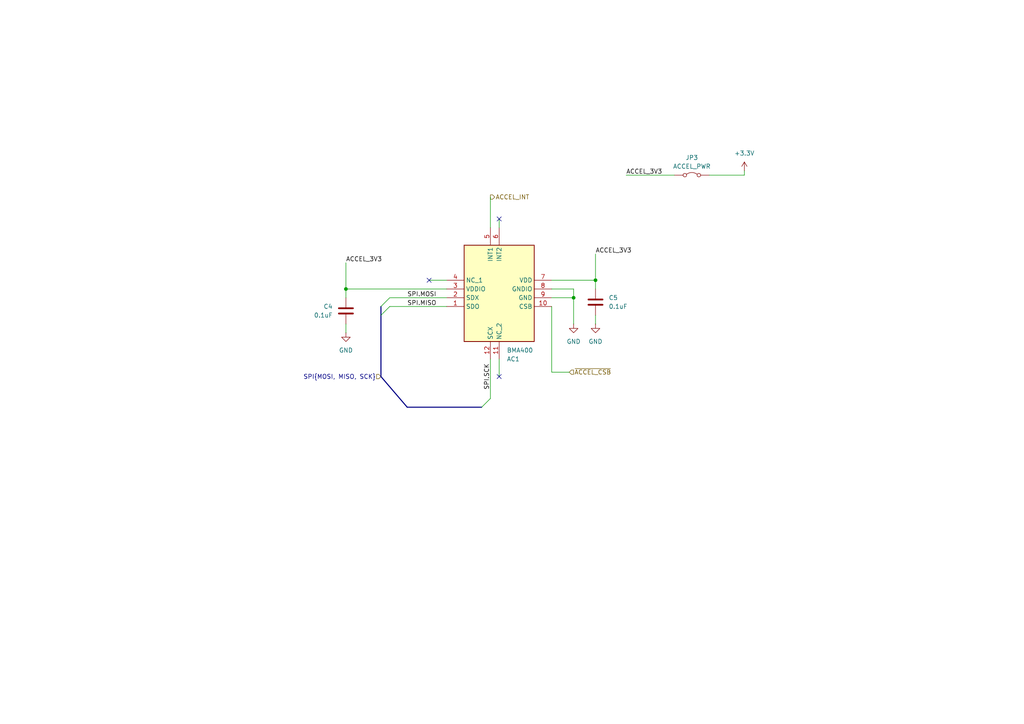
<source format=kicad_sch>
(kicad_sch (version 20231120) (generator "eeschema") (generator_version "8.0")
  (paper "A4")
  (lib_symbols
    (symbol "Device:C" (pin_numbers hide) (pin_names (offset 0.254))
      (property "Reference" "C" (at 0.635 2.54 0))
      (property "Value" "C" (at 0.635 -2.54 0))
      (symbol "C_0_1"
        (polyline (pts (xy -2.032 -0.762) (xy 2.032 -0.762)) (stroke (width 0.508)))
        (polyline (pts (xy -2.032 0.762) (xy 2.032 0.762)) (stroke (width 0.508)))
      )
      (symbol "C_1_1"
        (pin passive line (at 0 3.81 270) (length 2.794) (name "~") (number "1"))
        (pin passive line (at 0 -3.81 90) (length 2.794) (name "~") (number "2"))
      )
    )
    (symbol "Jumper:Jumper_2_Bridged" (pin_numbers hide) (pin_names (offset 0) hide) (exclude_from_sim yes)
      (property "Reference" "JP" (at 0 1.905 0))
      (property "Value" "Jumper_2_Bridged" (at 0 -2.54 0))
      (symbol "Jumper_2_Bridged_0_0"
        (circle (center -2.032 0) (radius 0.508))
        (circle (center 2.032 0) (radius 0.508))
      )
      (symbol "Jumper_2_Bridged_0_1"
        (arc (start 1.524 0.254) (mid 0 0.762) (end -1.524 0.254))
      )
      (symbol "Jumper_2_Bridged_1_1"
        (pin passive line (at -5.08 0 0) (length 2.54) (name "A") (number "1"))
        (pin passive line (at 5.08 0 180) (length 2.54) (name "B") (number "2"))
      )
    )
    (symbol "SamacSys_Parts:BMA400"
      (property "Reference" "AC" (at 26.67 15.24 0))
      (property "Value" "BMA400" (at 26.67 12.7 0))
      (symbol "BMA400_1_1"
        (rectangle (start 5.08 10.16) (end 25.4 -17.78) (stroke (width 0.254)) (fill (type background)))
        (pin passive line (at 0 0 0) (length 5.08) (name "SDO") (number "1"))
        (pin passive line (at 30.48 0 180) (length 5.08) (name "CSB") (number "10"))
        (pin passive line (at 15.24 15.24 270) (length 5.08) (name "NC_2") (number "11"))
        (pin passive line (at 12.7 15.24 270) (length 5.08) (name "SCX") (number "12"))
        (pin passive line (at 0 -2.54 0) (length 5.08) (name "SDX") (number "2"))
        (pin passive line (at 0 -5.08 0) (length 5.08) (name "VDDIO") (number "3"))
        (pin passive line (at 0 -7.62 0) (length 5.08) (name "NC_1") (number "4"))
        (pin passive line (at 12.7 -22.86 90) (length 5.08) (name "INT1") (number "5"))
        (pin passive line (at 15.24 -22.86 90) (length 5.08) (name "INT2") (number "6"))
        (pin passive line (at 30.48 -7.62 180) (length 5.08) (name "VDD") (number "7"))
        (pin passive line (at 30.48 -5.08 180) (length 5.08) (name "GNDIO") (number "8"))
        (pin passive line (at 30.48 -2.54 180) (length 5.08) (name "GND") (number "9"))
      )
    )
    (symbol "power:+3.3V" (power) (pin_numbers hide) (pin_names (offset 0) hide)
      (property "Value" "+3.3V" (at 0 3.556 0))
      (symbol "+3.3V_0_1"
        (polyline (pts (xy -0.762 1.27) (xy 0 2.54)))
        (polyline (pts (xy 0 0) (xy 0 2.54)))
        (polyline (pts (xy 0 2.54) (xy 0.762 1.27)))
      )
      (symbol "+3.3V_1_1"
        (pin power_in line (at 0 0 90) (length 0) (name "~") (number "1"))
      )
    )
    (symbol "power:GND" (power) (pin_numbers hide) (pin_names (offset 0) hide)
      (property "Value" "GND" (at 0 -3.81 0))
      (symbol "GND_0_1"
        (polyline (pts (xy 0 0) (xy 0 -1.27) (xy 1.27 -1.27) (xy 0 -2.54) (xy -1.27 -1.27) (xy 0 -1.27)))
      )
      (symbol "GND_1_1"
        (pin power_in line (at 0 0 270) (length 0) (name "~") (number "1"))
      )
    )
  )
  (junction (at 166.37 86.36))
  (junction (at 100.33 83.82))
  (junction (at 172.72 81.28))
  (no_connect (at 144.78 109.22))
  (no_connect (at 144.78 63.5))
  (no_connect (at 124.46 81.28))
  (bus_entry (at 139.7 118.11) (size 2.54 -2.54))
  (bus_entry (at 110.49 88.9) (size 2.54 -2.54))
  (bus_entry (at 110.49 91.44) (size 2.54 -2.54))
  (wire (pts (xy 142.24 104.14) (xy 142.24 115.57)))
  (wire (pts (xy 142.24 57.15) (xy 142.24 66.04)))
  (wire (pts (xy 166.37 83.82) (xy 166.37 86.36)))
  (wire (pts (xy 144.78 104.14) (xy 144.78 109.22)))
  (wire (pts (xy 113.03 88.9) (xy 129.54 88.9)))
  (wire (pts (xy 113.03 86.36) (xy 129.54 86.36)))
  (wire (pts (xy 160.02 88.9) (xy 160.02 107.95)))
  (bus (pts (xy 118.11 118.11) (xy 139.7 118.11)))
  (wire (pts (xy 100.33 83.82) (xy 129.54 83.82)))
  (wire (pts (xy 144.78 63.5) (xy 144.78 66.04)))
  (wire (pts (xy 215.9 50.8) (xy 215.9 49.53)))
  (wire (pts (xy 160.02 86.36) (xy 166.37 86.36)))
  (wire (pts (xy 100.33 83.82) (xy 100.33 86.36)))
  (wire (pts (xy 172.72 91.44) (xy 172.72 93.98)))
  (wire (pts (xy 160.02 107.95) (xy 165.1 107.95)))
  (wire (pts (xy 166.37 86.36) (xy 166.37 93.98)))
  (wire (pts (xy 160.02 83.82) (xy 166.37 83.82)))
  (wire (pts (xy 205.74 50.8) (xy 215.9 50.8)))
  (wire (pts (xy 172.72 73.66) (xy 172.72 81.28)))
  (wire (pts (xy 172.72 81.28) (xy 172.72 83.82)))
  (bus (pts (xy 110.49 88.9) (xy 110.49 91.44)))
  (wire (pts (xy 160.02 81.28) (xy 172.72 81.28)))
  (wire (pts (xy 124.46 81.28) (xy 129.54 81.28)))
  (wire (pts (xy 100.33 76.2) (xy 100.33 83.82)))
  (bus (pts (xy 110.49 91.44) (xy 110.49 109.22)))
  (wire (pts (xy 100.33 93.98) (xy 100.33 96.52)))
  (wire (pts (xy 195.58 50.8) (xy 181.61 50.8)))
  (bus (pts (xy 110.49 109.22) (xy 118.11 118.11)))
  (label "SPI.MISO" (at 118.11 88.9 0))
  (label "SPI.SCK" (at 142.24 113.03 90))
  (label "SPI.MOSI" (at 118.11 86.36 0))
  (label "ACCEL_3V3" (at 172.72 73.66 0))
  (label "ACCEL_3V3" (at 100.33 76.2 0))
  (label "ACCEL_3V3" (at 181.61 50.8 0))
  (hierarchical_label "~{ACCEL_CSB}" (shape input) (at 165.1 107.95 0))
  (hierarchical_label "ACCEL_INT" (shape output) (at 142.24 57.15 0))
  (hierarchical_label "SPI{MOSI, MISO, SCK}" (shape input) (at 110.49 109.22 180))
  (symbol (lib_id "Jumper:Jumper_2_Bridged") (at 200.66 50.8 0) (unit 1) (exclude_from_sim yes)
    (property "Reference" "JP3" (at 200.66 45.72 0))
    (property "Value" "ACCEL_PWR" (at 200.66 48.26 0))
    (property "Description" "Jumper, 2-pole, closed/bridged" (effects (hide yes)))
  )
  (symbol (lib_id "Device:C") (at 172.72 87.63 0) (mirror y) (unit 1)
    (property "Reference" "C5" (at 176.53 86.3599 0) (effects (justify right)))
    (property "Value" "0.1uF" (at 176.53 88.8999 0) (effects (justify right)))
    (property "Description" "Unpolarized capacitor" (effects (hide yes)))
  )
  (symbol (lib_id "power:+3.3V") (at 215.9 49.53 0) (unit 1)
    (property "Reference" "#PWR018" (effects (hide yes)))
    (property "Value" "+3.3V" (at 215.9 44.45 0))
    (property "Description" "Power symbol creates a global label with name \"+3.3V\"" (effects (hide yes)))
  )
  (symbol (lib_id "power:GND") (at 166.37 93.98 0) (unit 1)
    (property "Reference" "#PWR015" (effects (hide yes)))
    (property "Value" "GND" (at 166.37 99.06 0))
    (property "Description" "Power symbol creates a global label with name \"GND\" , ground" (effects (hide yes)))
  )
  (symbol (lib_id "Device:C") (at 100.33 90.17 0) (unit 1)
    (property "Reference" "C4" (at 96.52 88.8999 0) (effects (justify right)))
    (property "Value" "0.1uF" (at 96.52 91.4399 0) (effects (justify right)))
    (property "Description" "Unpolarized capacitor" (effects (hide yes)))
  )
  (symbol (lib_id "power:GND") (at 100.33 96.52 0) (unit 1)
    (property "Reference" "#PWR016" (effects (hide yes)))
    (property "Value" "GND" (at 100.33 101.6 0))
    (property "Description" "Power symbol creates a global label with name \"GND\" , ground" (effects (hide yes)))
  )
  (symbol (lib_id "SamacSys_Parts:BMA400") (at 129.54 88.9 0) (mirror x) (unit 1)
    (property "Reference" "AC1" (at 146.9741 104.14 0) (effects (justify left)))
    (property "Value" "BMA400" (at 146.9741 101.6 0) (effects (justify left)))
    (property "Footprint" "BOSCH_LGA-12" (effects (hide yes)))
    (property "Datasheet" "https://datasheet.datasheetarchive.com/originals/distributors/Datasheets_SAMA/fa80b3d87963a3ff599e323b9a26d827.pdf" (effects (hide yes)))
    (property "Description" "Ultra-low power triaxial accelerometer" (effects (hide yes)))
    (property "Mouser Part Number" "262-BMA400" (effects (hide yes)))
    (property "Mouser Price/Stock" "https://www.mouser.co.uk/ProductDetail/Bosch-Sensortec/BMA400?qs=f9yNj16SXrKBoguHUc32eQ%3D%3D" (effects (hide yes)))
    (property "Manufacturer_Name" "BOSCH" (effects (hide yes)))
    (property "Manufacturer_Part_Number" "BMA400" (effects (hide yes)))
  )
  (symbol (lib_id "power:GND") (at 172.72 93.98 0) (mirror y) (unit 1)
    (property "Reference" "#PWR017" (effects (hide yes)))
    (property "Value" "GND" (at 172.72 99.06 0))
    (property "Description" "Power symbol creates a global label with name \"GND\" , ground" (effects (hide yes)))
  )
)
</source>
